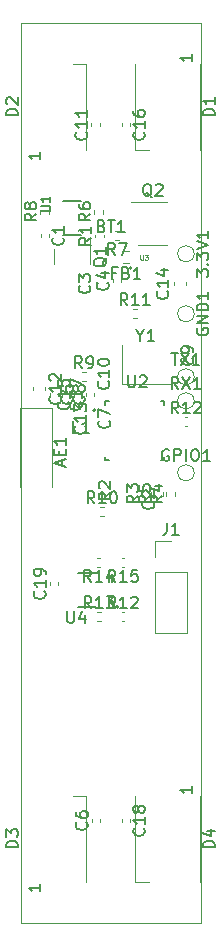
<source format=gbr>
%TF.GenerationSoftware,KiCad,Pcbnew,(6.0.9)*%
%TF.CreationDate,2022-12-14T11:00:14+00:00*%
%TF.ProjectId,ESP8285 PlantLight,45535038-3238-4352-9050-6c616e744c69,rev?*%
%TF.SameCoordinates,Original*%
%TF.FileFunction,Legend,Top*%
%TF.FilePolarity,Positive*%
%FSLAX46Y46*%
G04 Gerber Fmt 4.6, Leading zero omitted, Abs format (unit mm)*
G04 Created by KiCad (PCBNEW (6.0.9)) date 2022-12-14 11:00:14*
%MOMM*%
%LPD*%
G01*
G04 APERTURE LIST*
%ADD10C,0.150000*%
%ADD11C,0.098716*%
%ADD12C,0.200000*%
%ADD13C,0.127000*%
%ADD14C,0.140000*%
%ADD15C,0.152400*%
%ADD16C,0.100000*%
%ADD17C,0.120000*%
G04 APERTURE END LIST*
D10*
%TO.C,U4*%
X148701095Y-90460380D02*
X148701095Y-91269904D01*
X148748714Y-91365142D01*
X148796333Y-91412761D01*
X148891571Y-91460380D01*
X149082047Y-91460380D01*
X149177285Y-91412761D01*
X149224904Y-91365142D01*
X149272523Y-91269904D01*
X149272523Y-90460380D01*
X150177285Y-90793714D02*
X150177285Y-91460380D01*
X149939190Y-90412761D02*
X149701095Y-91127047D01*
X150320142Y-91127047D01*
D11*
%TO.C,U3*%
X154896415Y-60318525D02*
X154896415Y-60638178D01*
X154915218Y-60675784D01*
X154934021Y-60694587D01*
X154971627Y-60713390D01*
X155046840Y-60713390D01*
X155084446Y-60694587D01*
X155103249Y-60675784D01*
X155122052Y-60638178D01*
X155122052Y-60318525D01*
X155272477Y-60318525D02*
X155516917Y-60318525D01*
X155385295Y-60468950D01*
X155441705Y-60468950D01*
X155479311Y-60487753D01*
X155498114Y-60506556D01*
X155516917Y-60544162D01*
X155516917Y-60638178D01*
X155498114Y-60675784D01*
X155479311Y-60694587D01*
X155441705Y-60713390D01*
X155328886Y-60713390D01*
X155291280Y-60694587D01*
X155272477Y-60675784D01*
D10*
%TO.C,U2*%
X153845095Y-70501380D02*
X153845095Y-71310904D01*
X153892714Y-71406142D01*
X153940333Y-71453761D01*
X154035571Y-71501380D01*
X154226047Y-71501380D01*
X154321285Y-71453761D01*
X154368904Y-71406142D01*
X154416523Y-71310904D01*
X154416523Y-70501380D01*
X154845095Y-70596619D02*
X154892714Y-70549000D01*
X154987952Y-70501380D01*
X155226047Y-70501380D01*
X155321285Y-70549000D01*
X155368904Y-70596619D01*
X155416523Y-70691857D01*
X155416523Y-70787095D01*
X155368904Y-70929952D01*
X154797476Y-71501380D01*
X155416523Y-71501380D01*
%TO.C,U1*%
X146449904Y-56616523D02*
X147097523Y-56616523D01*
X147173714Y-56578428D01*
X147211809Y-56540333D01*
X147249904Y-56464142D01*
X147249904Y-56311761D01*
X147211809Y-56235571D01*
X147173714Y-56197476D01*
X147097523Y-56159380D01*
X146449904Y-56159380D01*
X147249904Y-55359380D02*
X147249904Y-55816523D01*
X147249904Y-55587952D02*
X146449904Y-55587952D01*
X146564190Y-55664142D01*
X146640380Y-55740333D01*
X146678476Y-55816523D01*
%TO.C,R14*%
X150713142Y-87982380D02*
X150379809Y-87506190D01*
X150141714Y-87982380D02*
X150141714Y-86982380D01*
X150522666Y-86982380D01*
X150617904Y-87030000D01*
X150665523Y-87077619D01*
X150713142Y-87172857D01*
X150713142Y-87315714D01*
X150665523Y-87410952D01*
X150617904Y-87458571D01*
X150522666Y-87506190D01*
X150141714Y-87506190D01*
X151665523Y-87982380D02*
X151094095Y-87982380D01*
X151379809Y-87982380D02*
X151379809Y-86982380D01*
X151284571Y-87125238D01*
X151189333Y-87220476D01*
X151094095Y-87268095D01*
X152522666Y-87315714D02*
X152522666Y-87982380D01*
X152284571Y-86934761D02*
X152046476Y-87649047D01*
X152665523Y-87649047D01*
%TO.C,R15*%
X152773142Y-87972380D02*
X152439809Y-87496190D01*
X152201714Y-87972380D02*
X152201714Y-86972380D01*
X152582666Y-86972380D01*
X152677904Y-87020000D01*
X152725523Y-87067619D01*
X152773142Y-87162857D01*
X152773142Y-87305714D01*
X152725523Y-87400952D01*
X152677904Y-87448571D01*
X152582666Y-87496190D01*
X152201714Y-87496190D01*
X153725523Y-87972380D02*
X153154095Y-87972380D01*
X153439809Y-87972380D02*
X153439809Y-86972380D01*
X153344571Y-87115238D01*
X153249333Y-87210476D01*
X153154095Y-87258095D01*
X154630285Y-86972380D02*
X154154095Y-86972380D01*
X154106476Y-87448571D01*
X154154095Y-87400952D01*
X154249333Y-87353333D01*
X154487428Y-87353333D01*
X154582666Y-87400952D01*
X154630285Y-87448571D01*
X154677904Y-87543809D01*
X154677904Y-87781904D01*
X154630285Y-87877142D01*
X154582666Y-87924761D01*
X154487428Y-87972380D01*
X154249333Y-87972380D01*
X154154095Y-87924761D01*
X154106476Y-87877142D01*
%TO.C,C19*%
X146771142Y-88780857D02*
X146818761Y-88828476D01*
X146866380Y-88971333D01*
X146866380Y-89066571D01*
X146818761Y-89209428D01*
X146723523Y-89304666D01*
X146628285Y-89352285D01*
X146437809Y-89399904D01*
X146294952Y-89399904D01*
X146104476Y-89352285D01*
X146009238Y-89304666D01*
X145914000Y-89209428D01*
X145866380Y-89066571D01*
X145866380Y-88971333D01*
X145914000Y-88828476D01*
X145961619Y-88780857D01*
X146866380Y-87828476D02*
X146866380Y-88399904D01*
X146866380Y-88114190D02*
X145866380Y-88114190D01*
X146009238Y-88209428D01*
X146104476Y-88304666D01*
X146152095Y-88399904D01*
X146866380Y-87352285D02*
X146866380Y-87161809D01*
X146818761Y-87066571D01*
X146771142Y-87018952D01*
X146628285Y-86923714D01*
X146437809Y-86876095D01*
X146056857Y-86876095D01*
X145961619Y-86923714D01*
X145914000Y-86971333D01*
X145866380Y-87066571D01*
X145866380Y-87257047D01*
X145914000Y-87352285D01*
X145961619Y-87399904D01*
X146056857Y-87447523D01*
X146294952Y-87447523D01*
X146390190Y-87399904D01*
X146437809Y-87352285D01*
X146485428Y-87257047D01*
X146485428Y-87066571D01*
X146437809Y-86971333D01*
X146390190Y-86923714D01*
X146294952Y-86876095D01*
%TO.C,AE1*%
X148266666Y-78128666D02*
X148266666Y-77652476D01*
X148552380Y-78223904D02*
X147552380Y-77890571D01*
X148552380Y-77557238D01*
X148028571Y-77223904D02*
X148028571Y-76890571D01*
X148552380Y-76747714D02*
X148552380Y-77223904D01*
X147552380Y-77223904D01*
X147552380Y-76747714D01*
X148552380Y-75795333D02*
X148552380Y-76366761D01*
X148552380Y-76081047D02*
X147552380Y-76081047D01*
X147695238Y-76176285D01*
X147790476Y-76271523D01*
X147838095Y-76366761D01*
%TO.C,R13*%
X150741142Y-90214380D02*
X150407809Y-89738190D01*
X150169714Y-90214380D02*
X150169714Y-89214380D01*
X150550666Y-89214380D01*
X150645904Y-89262000D01*
X150693523Y-89309619D01*
X150741142Y-89404857D01*
X150741142Y-89547714D01*
X150693523Y-89642952D01*
X150645904Y-89690571D01*
X150550666Y-89738190D01*
X150169714Y-89738190D01*
X151693523Y-90214380D02*
X151122095Y-90214380D01*
X151407809Y-90214380D02*
X151407809Y-89214380D01*
X151312571Y-89357238D01*
X151217333Y-89452476D01*
X151122095Y-89500095D01*
X152026857Y-89214380D02*
X152645904Y-89214380D01*
X152312571Y-89595333D01*
X152455428Y-89595333D01*
X152550666Y-89642952D01*
X152598285Y-89690571D01*
X152645904Y-89785809D01*
X152645904Y-90023904D01*
X152598285Y-90119142D01*
X152550666Y-90166761D01*
X152455428Y-90214380D01*
X152169714Y-90214380D01*
X152074476Y-90166761D01*
X152026857Y-90119142D01*
%TO.C,C16*%
X155187142Y-49918857D02*
X155234761Y-49966476D01*
X155282380Y-50109333D01*
X155282380Y-50204571D01*
X155234761Y-50347428D01*
X155139523Y-50442666D01*
X155044285Y-50490285D01*
X154853809Y-50537904D01*
X154710952Y-50537904D01*
X154520476Y-50490285D01*
X154425238Y-50442666D01*
X154330000Y-50347428D01*
X154282380Y-50204571D01*
X154282380Y-50109333D01*
X154330000Y-49966476D01*
X154377619Y-49918857D01*
X155282380Y-48966476D02*
X155282380Y-49537904D01*
X155282380Y-49252190D02*
X154282380Y-49252190D01*
X154425238Y-49347428D01*
X154520476Y-49442666D01*
X154568095Y-49537904D01*
X154282380Y-48109333D02*
X154282380Y-48299809D01*
X154330000Y-48395047D01*
X154377619Y-48442666D01*
X154520476Y-48537904D01*
X154710952Y-48585523D01*
X155091904Y-48585523D01*
X155187142Y-48537904D01*
X155234761Y-48490285D01*
X155282380Y-48395047D01*
X155282380Y-48204571D01*
X155234761Y-48109333D01*
X155187142Y-48061714D01*
X155091904Y-48014095D01*
X154853809Y-48014095D01*
X154758571Y-48061714D01*
X154710952Y-48109333D01*
X154663333Y-48204571D01*
X154663333Y-48395047D01*
X154710952Y-48490285D01*
X154758571Y-48537904D01*
X154853809Y-48585523D01*
%TO.C,C1*%
X148329142Y-58840666D02*
X148376761Y-58888285D01*
X148424380Y-59031142D01*
X148424380Y-59126380D01*
X148376761Y-59269238D01*
X148281523Y-59364476D01*
X148186285Y-59412095D01*
X147995809Y-59459714D01*
X147852952Y-59459714D01*
X147662476Y-59412095D01*
X147567238Y-59364476D01*
X147472000Y-59269238D01*
X147424380Y-59126380D01*
X147424380Y-59031142D01*
X147472000Y-58888285D01*
X147519619Y-58840666D01*
X148424380Y-57888285D02*
X148424380Y-58459714D01*
X148424380Y-58174000D02*
X147424380Y-58174000D01*
X147567238Y-58269238D01*
X147662476Y-58364476D01*
X147710095Y-58459714D01*
%TO.C,GND1*%
X159698000Y-66516095D02*
X159650380Y-66611333D01*
X159650380Y-66754190D01*
X159698000Y-66897047D01*
X159793238Y-66992285D01*
X159888476Y-67039904D01*
X160078952Y-67087523D01*
X160221809Y-67087523D01*
X160412285Y-67039904D01*
X160507523Y-66992285D01*
X160602761Y-66897047D01*
X160650380Y-66754190D01*
X160650380Y-66658952D01*
X160602761Y-66516095D01*
X160555142Y-66468476D01*
X160221809Y-66468476D01*
X160221809Y-66658952D01*
X160650380Y-66039904D02*
X159650380Y-66039904D01*
X160650380Y-65468476D01*
X159650380Y-65468476D01*
X160650380Y-64992285D02*
X159650380Y-64992285D01*
X159650380Y-64754190D01*
X159698000Y-64611333D01*
X159793238Y-64516095D01*
X159888476Y-64468476D01*
X160078952Y-64420857D01*
X160221809Y-64420857D01*
X160412285Y-64468476D01*
X160507523Y-64516095D01*
X160602761Y-64611333D01*
X160650380Y-64754190D01*
X160650380Y-64992285D01*
X160650380Y-63468476D02*
X160650380Y-64039904D01*
X160650380Y-63754190D02*
X159650380Y-63754190D01*
X159793238Y-63849428D01*
X159888476Y-63944666D01*
X159936095Y-64039904D01*
%TO.C,C4*%
X152105142Y-62650666D02*
X152152761Y-62698285D01*
X152200380Y-62841142D01*
X152200380Y-62936380D01*
X152152761Y-63079238D01*
X152057523Y-63174476D01*
X151962285Y-63222095D01*
X151771809Y-63269714D01*
X151628952Y-63269714D01*
X151438476Y-63222095D01*
X151343238Y-63174476D01*
X151248000Y-63079238D01*
X151200380Y-62936380D01*
X151200380Y-62841142D01*
X151248000Y-62698285D01*
X151295619Y-62650666D01*
X151533714Y-61793523D02*
X152200380Y-61793523D01*
X151152761Y-62031619D02*
X151867047Y-62269714D01*
X151867047Y-61650666D01*
%TO.C,C17*%
X149819142Y-72778857D02*
X149866761Y-72826476D01*
X149914380Y-72969333D01*
X149914380Y-73064571D01*
X149866761Y-73207428D01*
X149771523Y-73302666D01*
X149676285Y-73350285D01*
X149485809Y-73397904D01*
X149342952Y-73397904D01*
X149152476Y-73350285D01*
X149057238Y-73302666D01*
X148962000Y-73207428D01*
X148914380Y-73064571D01*
X148914380Y-72969333D01*
X148962000Y-72826476D01*
X149009619Y-72778857D01*
X149914380Y-71826476D02*
X149914380Y-72397904D01*
X149914380Y-72112190D02*
X148914380Y-72112190D01*
X149057238Y-72207428D01*
X149152476Y-72302666D01*
X149200095Y-72397904D01*
X148914380Y-71493142D02*
X148914380Y-70826476D01*
X149914380Y-71255047D01*
%TO.C,R2*%
X152360380Y-80430666D02*
X151884190Y-80764000D01*
X152360380Y-81002095D02*
X151360380Y-81002095D01*
X151360380Y-80621142D01*
X151408000Y-80525904D01*
X151455619Y-80478285D01*
X151550857Y-80430666D01*
X151693714Y-80430666D01*
X151788952Y-80478285D01*
X151836571Y-80525904D01*
X151884190Y-80621142D01*
X151884190Y-81002095D01*
X151455619Y-80049714D02*
X151408000Y-80002095D01*
X151360380Y-79906857D01*
X151360380Y-79668761D01*
X151408000Y-79573523D01*
X151455619Y-79525904D01*
X151550857Y-79478285D01*
X151646095Y-79478285D01*
X151788952Y-79525904D01*
X152360380Y-80097333D01*
X152360380Y-79478285D01*
%TO.C,C15*%
X148803142Y-72750857D02*
X148850761Y-72798476D01*
X148898380Y-72941333D01*
X148898380Y-73036571D01*
X148850761Y-73179428D01*
X148755523Y-73274666D01*
X148660285Y-73322285D01*
X148469809Y-73369904D01*
X148326952Y-73369904D01*
X148136476Y-73322285D01*
X148041238Y-73274666D01*
X147946000Y-73179428D01*
X147898380Y-73036571D01*
X147898380Y-72941333D01*
X147946000Y-72798476D01*
X147993619Y-72750857D01*
X148898380Y-71798476D02*
X148898380Y-72369904D01*
X148898380Y-72084190D02*
X147898380Y-72084190D01*
X148041238Y-72179428D01*
X148136476Y-72274666D01*
X148184095Y-72369904D01*
X147898380Y-70893714D02*
X147898380Y-71369904D01*
X148374571Y-71417523D01*
X148326952Y-71369904D01*
X148279333Y-71274666D01*
X148279333Y-71036571D01*
X148326952Y-70941333D01*
X148374571Y-70893714D01*
X148469809Y-70846095D01*
X148707904Y-70846095D01*
X148803142Y-70893714D01*
X148850761Y-70941333D01*
X148898380Y-71036571D01*
X148898380Y-71274666D01*
X148850761Y-71369904D01*
X148803142Y-71417523D01*
%TO.C,3.3V1*%
X159650380Y-62150380D02*
X159650380Y-61531333D01*
X160031333Y-61864666D01*
X160031333Y-61721809D01*
X160078952Y-61626571D01*
X160126571Y-61578952D01*
X160221809Y-61531333D01*
X160459904Y-61531333D01*
X160555142Y-61578952D01*
X160602761Y-61626571D01*
X160650380Y-61721809D01*
X160650380Y-62007523D01*
X160602761Y-62102761D01*
X160555142Y-62150380D01*
X160555142Y-61102761D02*
X160602761Y-61055142D01*
X160650380Y-61102761D01*
X160602761Y-61150380D01*
X160555142Y-61102761D01*
X160650380Y-61102761D01*
X159650380Y-60721809D02*
X159650380Y-60102761D01*
X160031333Y-60436095D01*
X160031333Y-60293238D01*
X160078952Y-60198000D01*
X160126571Y-60150380D01*
X160221809Y-60102761D01*
X160459904Y-60102761D01*
X160555142Y-60150380D01*
X160602761Y-60198000D01*
X160650380Y-60293238D01*
X160650380Y-60578952D01*
X160602761Y-60674190D01*
X160555142Y-60721809D01*
X159650380Y-59817047D02*
X160650380Y-59483714D01*
X159650380Y-59150380D01*
X160650380Y-58293238D02*
X160650380Y-58864666D01*
X160650380Y-58578952D02*
X159650380Y-58578952D01*
X159793238Y-58674190D01*
X159888476Y-58769428D01*
X159936095Y-58864666D01*
%TO.C,R12*%
X152773142Y-90224380D02*
X152439809Y-89748190D01*
X152201714Y-90224380D02*
X152201714Y-89224380D01*
X152582666Y-89224380D01*
X152677904Y-89272000D01*
X152725523Y-89319619D01*
X152773142Y-89414857D01*
X152773142Y-89557714D01*
X152725523Y-89652952D01*
X152677904Y-89700571D01*
X152582666Y-89748190D01*
X152201714Y-89748190D01*
X153725523Y-90224380D02*
X153154095Y-90224380D01*
X153439809Y-90224380D02*
X153439809Y-89224380D01*
X153344571Y-89367238D01*
X153249333Y-89462476D01*
X153154095Y-89510095D01*
X154106476Y-89319619D02*
X154154095Y-89272000D01*
X154249333Y-89224380D01*
X154487428Y-89224380D01*
X154582666Y-89272000D01*
X154630285Y-89319619D01*
X154677904Y-89414857D01*
X154677904Y-89510095D01*
X154630285Y-89652952D01*
X154058857Y-90224380D01*
X154677904Y-90224380D01*
%TO.C,RX1*%
X158107142Y-71648380D02*
X157773809Y-71172190D01*
X157535714Y-71648380D02*
X157535714Y-70648380D01*
X157916666Y-70648380D01*
X158011904Y-70696000D01*
X158059523Y-70743619D01*
X158107142Y-70838857D01*
X158107142Y-70981714D01*
X158059523Y-71076952D01*
X158011904Y-71124571D01*
X157916666Y-71172190D01*
X157535714Y-71172190D01*
X158440476Y-70648380D02*
X159107142Y-71648380D01*
X159107142Y-70648380D02*
X158440476Y-71648380D01*
X160011904Y-71648380D02*
X159440476Y-71648380D01*
X159726190Y-71648380D02*
X159726190Y-70648380D01*
X159630952Y-70791238D01*
X159535714Y-70886476D01*
X159440476Y-70934095D01*
%TO.C,R1*%
X150706380Y-58844666D02*
X150230190Y-59178000D01*
X150706380Y-59416095D02*
X149706380Y-59416095D01*
X149706380Y-59035142D01*
X149754000Y-58939904D01*
X149801619Y-58892285D01*
X149896857Y-58844666D01*
X150039714Y-58844666D01*
X150134952Y-58892285D01*
X150182571Y-58939904D01*
X150230190Y-59035142D01*
X150230190Y-59416095D01*
X150706380Y-57892285D02*
X150706380Y-58463714D01*
X150706380Y-58178000D02*
X149706380Y-58178000D01*
X149849238Y-58273238D01*
X149944476Y-58368476D01*
X149992095Y-58463714D01*
%TO.C,C8*%
X150107142Y-72274666D02*
X150154761Y-72322285D01*
X150202380Y-72465142D01*
X150202380Y-72560380D01*
X150154761Y-72703238D01*
X150059523Y-72798476D01*
X149964285Y-72846095D01*
X149773809Y-72893714D01*
X149630952Y-72893714D01*
X149440476Y-72846095D01*
X149345238Y-72798476D01*
X149250000Y-72703238D01*
X149202380Y-72560380D01*
X149202380Y-72465142D01*
X149250000Y-72322285D01*
X149297619Y-72274666D01*
X149630952Y-71703238D02*
X149583333Y-71798476D01*
X149535714Y-71846095D01*
X149440476Y-71893714D01*
X149392857Y-71893714D01*
X149297619Y-71846095D01*
X149250000Y-71798476D01*
X149202380Y-71703238D01*
X149202380Y-71512761D01*
X149250000Y-71417523D01*
X149297619Y-71369904D01*
X149392857Y-71322285D01*
X149440476Y-71322285D01*
X149535714Y-71369904D01*
X149583333Y-71417523D01*
X149630952Y-71512761D01*
X149630952Y-71703238D01*
X149678571Y-71798476D01*
X149726190Y-71846095D01*
X149821428Y-71893714D01*
X150011904Y-71893714D01*
X150107142Y-71846095D01*
X150154761Y-71798476D01*
X150202380Y-71703238D01*
X150202380Y-71512761D01*
X150154761Y-71417523D01*
X150107142Y-71369904D01*
X150011904Y-71322285D01*
X149821428Y-71322285D01*
X149726190Y-71369904D01*
X149678571Y-71417523D01*
X149630952Y-71512761D01*
%TO.C,Y1*%
X154887809Y-67122190D02*
X154887809Y-67598380D01*
X154554476Y-66598380D02*
X154887809Y-67122190D01*
X155221142Y-66598380D01*
X156078285Y-67598380D02*
X155506857Y-67598380D01*
X155792571Y-67598380D02*
X155792571Y-66598380D01*
X155697333Y-66741238D01*
X155602095Y-66836476D01*
X155506857Y-66884095D01*
%TO.C,C18*%
X155187142Y-108846857D02*
X155234761Y-108894476D01*
X155282380Y-109037333D01*
X155282380Y-109132571D01*
X155234761Y-109275428D01*
X155139523Y-109370666D01*
X155044285Y-109418285D01*
X154853809Y-109465904D01*
X154710952Y-109465904D01*
X154520476Y-109418285D01*
X154425238Y-109370666D01*
X154330000Y-109275428D01*
X154282380Y-109132571D01*
X154282380Y-109037333D01*
X154330000Y-108894476D01*
X154377619Y-108846857D01*
X155282380Y-107894476D02*
X155282380Y-108465904D01*
X155282380Y-108180190D02*
X154282380Y-108180190D01*
X154425238Y-108275428D01*
X154520476Y-108370666D01*
X154568095Y-108465904D01*
X154710952Y-107323047D02*
X154663333Y-107418285D01*
X154615714Y-107465904D01*
X154520476Y-107513523D01*
X154472857Y-107513523D01*
X154377619Y-107465904D01*
X154330000Y-107418285D01*
X154282380Y-107323047D01*
X154282380Y-107132571D01*
X154330000Y-107037333D01*
X154377619Y-106989714D01*
X154472857Y-106942095D01*
X154520476Y-106942095D01*
X154615714Y-106989714D01*
X154663333Y-107037333D01*
X154710952Y-107132571D01*
X154710952Y-107323047D01*
X154758571Y-107418285D01*
X154806190Y-107465904D01*
X154901428Y-107513523D01*
X155091904Y-107513523D01*
X155187142Y-107465904D01*
X155234761Y-107418285D01*
X155282380Y-107323047D01*
X155282380Y-107132571D01*
X155234761Y-107037333D01*
X155187142Y-106989714D01*
X155091904Y-106942095D01*
X154901428Y-106942095D01*
X154806190Y-106989714D01*
X154758571Y-107037333D01*
X154710952Y-107132571D01*
%TO.C,C5*%
X149091142Y-72274666D02*
X149138761Y-72322285D01*
X149186380Y-72465142D01*
X149186380Y-72560380D01*
X149138761Y-72703238D01*
X149043523Y-72798476D01*
X148948285Y-72846095D01*
X148757809Y-72893714D01*
X148614952Y-72893714D01*
X148424476Y-72846095D01*
X148329238Y-72798476D01*
X148234000Y-72703238D01*
X148186380Y-72560380D01*
X148186380Y-72465142D01*
X148234000Y-72322285D01*
X148281619Y-72274666D01*
X148186380Y-71369904D02*
X148186380Y-71846095D01*
X148662571Y-71893714D01*
X148614952Y-71846095D01*
X148567333Y-71750857D01*
X148567333Y-71512761D01*
X148614952Y-71417523D01*
X148662571Y-71369904D01*
X148757809Y-71322285D01*
X148995904Y-71322285D01*
X149091142Y-71369904D01*
X149138761Y-71417523D01*
X149186380Y-71512761D01*
X149186380Y-71750857D01*
X149138761Y-71846095D01*
X149091142Y-71893714D01*
%TO.C,R11*%
X153789142Y-64560380D02*
X153455809Y-64084190D01*
X153217714Y-64560380D02*
X153217714Y-63560380D01*
X153598666Y-63560380D01*
X153693904Y-63608000D01*
X153741523Y-63655619D01*
X153789142Y-63750857D01*
X153789142Y-63893714D01*
X153741523Y-63988952D01*
X153693904Y-64036571D01*
X153598666Y-64084190D01*
X153217714Y-64084190D01*
X154741523Y-64560380D02*
X154170095Y-64560380D01*
X154455809Y-64560380D02*
X154455809Y-63560380D01*
X154360571Y-63703238D01*
X154265333Y-63798476D01*
X154170095Y-63846095D01*
X155693904Y-64560380D02*
X155122476Y-64560380D01*
X155408190Y-64560380D02*
X155408190Y-63560380D01*
X155312952Y-63703238D01*
X155217714Y-63798476D01*
X155122476Y-63846095D01*
%TO.C,D1*%
X161178380Y-48490095D02*
X160178380Y-48490095D01*
X160178380Y-48252000D01*
X160226000Y-48109142D01*
X160321238Y-48013904D01*
X160416476Y-47966285D01*
X160606952Y-47918666D01*
X160749809Y-47918666D01*
X160940285Y-47966285D01*
X161035523Y-48013904D01*
X161130761Y-48109142D01*
X161178380Y-48252000D01*
X161178380Y-48490095D01*
X161178380Y-46966285D02*
X161178380Y-47537714D01*
X161178380Y-47252000D02*
X160178380Y-47252000D01*
X160321238Y-47347238D01*
X160416476Y-47442476D01*
X160464095Y-47537714D01*
X159278380Y-43316285D02*
X159278380Y-43887714D01*
X159278380Y-43602000D02*
X158278380Y-43602000D01*
X158421238Y-43697238D01*
X158516476Y-43792476D01*
X158564095Y-43887714D01*
%TO.C,C13*%
X150201142Y-74810857D02*
X150248761Y-74858476D01*
X150296380Y-75001333D01*
X150296380Y-75096571D01*
X150248761Y-75239428D01*
X150153523Y-75334666D01*
X150058285Y-75382285D01*
X149867809Y-75429904D01*
X149724952Y-75429904D01*
X149534476Y-75382285D01*
X149439238Y-75334666D01*
X149344000Y-75239428D01*
X149296380Y-75096571D01*
X149296380Y-75001333D01*
X149344000Y-74858476D01*
X149391619Y-74810857D01*
X150296380Y-73858476D02*
X150296380Y-74429904D01*
X150296380Y-74144190D02*
X149296380Y-74144190D01*
X149439238Y-74239428D01*
X149534476Y-74334666D01*
X149582095Y-74429904D01*
X149296380Y-73525142D02*
X149296380Y-72906095D01*
X149677333Y-73239428D01*
X149677333Y-73096571D01*
X149724952Y-73001333D01*
X149772571Y-72953714D01*
X149867809Y-72906095D01*
X150105904Y-72906095D01*
X150201142Y-72953714D01*
X150248761Y-73001333D01*
X150296380Y-73096571D01*
X150296380Y-73382285D01*
X150248761Y-73477523D01*
X150201142Y-73525142D01*
%TO.C,R5*%
X155746380Y-80684666D02*
X155270190Y-81018000D01*
X155746380Y-81256095D02*
X154746380Y-81256095D01*
X154746380Y-80875142D01*
X154794000Y-80779904D01*
X154841619Y-80732285D01*
X154936857Y-80684666D01*
X155079714Y-80684666D01*
X155174952Y-80732285D01*
X155222571Y-80779904D01*
X155270190Y-80875142D01*
X155270190Y-81256095D01*
X154746380Y-79779904D02*
X154746380Y-80256095D01*
X155222571Y-80303714D01*
X155174952Y-80256095D01*
X155127333Y-80160857D01*
X155127333Y-79922761D01*
X155174952Y-79827523D01*
X155222571Y-79779904D01*
X155317809Y-79732285D01*
X155555904Y-79732285D01*
X155651142Y-79779904D01*
X155698761Y-79827523D01*
X155746380Y-79922761D01*
X155746380Y-80160857D01*
X155698761Y-80256095D01*
X155651142Y-80303714D01*
%TO.C,C14*%
X157169142Y-63380857D02*
X157216761Y-63428476D01*
X157264380Y-63571333D01*
X157264380Y-63666571D01*
X157216761Y-63809428D01*
X157121523Y-63904666D01*
X157026285Y-63952285D01*
X156835809Y-63999904D01*
X156692952Y-63999904D01*
X156502476Y-63952285D01*
X156407238Y-63904666D01*
X156312000Y-63809428D01*
X156264380Y-63666571D01*
X156264380Y-63571333D01*
X156312000Y-63428476D01*
X156359619Y-63380857D01*
X157264380Y-62428476D02*
X157264380Y-62999904D01*
X157264380Y-62714190D02*
X156264380Y-62714190D01*
X156407238Y-62809428D01*
X156502476Y-62904666D01*
X156550095Y-62999904D01*
X156597714Y-61571333D02*
X157264380Y-61571333D01*
X156216761Y-61809428D02*
X156931047Y-62047523D01*
X156931047Y-61428476D01*
%TO.C,D2*%
X144526380Y-48490095D02*
X143526380Y-48490095D01*
X143526380Y-48252000D01*
X143574000Y-48109142D01*
X143669238Y-48013904D01*
X143764476Y-47966285D01*
X143954952Y-47918666D01*
X144097809Y-47918666D01*
X144288285Y-47966285D01*
X144383523Y-48013904D01*
X144478761Y-48109142D01*
X144526380Y-48252000D01*
X144526380Y-48490095D01*
X143621619Y-47537714D02*
X143574000Y-47490095D01*
X143526380Y-47394857D01*
X143526380Y-47156761D01*
X143574000Y-47061523D01*
X143621619Y-47013904D01*
X143716857Y-46966285D01*
X143812095Y-46966285D01*
X143954952Y-47013904D01*
X144526380Y-47585333D01*
X144526380Y-46966285D01*
X146426380Y-51616285D02*
X146426380Y-52187714D01*
X146426380Y-51902000D02*
X145426380Y-51902000D01*
X145569238Y-51997238D01*
X145664476Y-52092476D01*
X145712095Y-52187714D01*
%TO.C,C9*%
X159261142Y-69000666D02*
X159308761Y-69048285D01*
X159356380Y-69191142D01*
X159356380Y-69286380D01*
X159308761Y-69429238D01*
X159213523Y-69524476D01*
X159118285Y-69572095D01*
X158927809Y-69619714D01*
X158784952Y-69619714D01*
X158594476Y-69572095D01*
X158499238Y-69524476D01*
X158404000Y-69429238D01*
X158356380Y-69286380D01*
X158356380Y-69191142D01*
X158404000Y-69048285D01*
X158451619Y-69000666D01*
X159356380Y-68524476D02*
X159356380Y-68334000D01*
X159308761Y-68238761D01*
X159261142Y-68191142D01*
X159118285Y-68095904D01*
X158927809Y-68048285D01*
X158546857Y-68048285D01*
X158451619Y-68095904D01*
X158404000Y-68143523D01*
X158356380Y-68238761D01*
X158356380Y-68429238D01*
X158404000Y-68524476D01*
X158451619Y-68572095D01*
X158546857Y-68619714D01*
X158784952Y-68619714D01*
X158880190Y-68572095D01*
X158927809Y-68524476D01*
X158975428Y-68429238D01*
X158975428Y-68238761D01*
X158927809Y-68143523D01*
X158880190Y-68095904D01*
X158784952Y-68048285D01*
%TO.C,R3*%
X154730380Y-80684666D02*
X154254190Y-81018000D01*
X154730380Y-81256095D02*
X153730380Y-81256095D01*
X153730380Y-80875142D01*
X153778000Y-80779904D01*
X153825619Y-80732285D01*
X153920857Y-80684666D01*
X154063714Y-80684666D01*
X154158952Y-80732285D01*
X154206571Y-80779904D01*
X154254190Y-80875142D01*
X154254190Y-81256095D01*
X153730380Y-80351333D02*
X153730380Y-79732285D01*
X154111333Y-80065619D01*
X154111333Y-79922761D01*
X154158952Y-79827523D01*
X154206571Y-79779904D01*
X154301809Y-79732285D01*
X154539904Y-79732285D01*
X154635142Y-79779904D01*
X154682761Y-79827523D01*
X154730380Y-79922761D01*
X154730380Y-80208476D01*
X154682761Y-80303714D01*
X154635142Y-80351333D01*
%TO.C,R7*%
X152741333Y-60296380D02*
X152408000Y-59820190D01*
X152169904Y-60296380D02*
X152169904Y-59296380D01*
X152550857Y-59296380D01*
X152646095Y-59344000D01*
X152693714Y-59391619D01*
X152741333Y-59486857D01*
X152741333Y-59629714D01*
X152693714Y-59724952D01*
X152646095Y-59772571D01*
X152550857Y-59820190D01*
X152169904Y-59820190D01*
X153074666Y-59296380D02*
X153741333Y-59296380D01*
X153312761Y-60296380D01*
%TO.C,Q1*%
X152045619Y-60547238D02*
X151998000Y-60642476D01*
X151902761Y-60737714D01*
X151759904Y-60880571D01*
X151712285Y-60975809D01*
X151712285Y-61071047D01*
X151950380Y-61023428D02*
X151902761Y-61118666D01*
X151807523Y-61213904D01*
X151617047Y-61261523D01*
X151283714Y-61261523D01*
X151093238Y-61213904D01*
X150998000Y-61118666D01*
X150950380Y-61023428D01*
X150950380Y-60832952D01*
X150998000Y-60737714D01*
X151093238Y-60642476D01*
X151283714Y-60594857D01*
X151617047Y-60594857D01*
X151807523Y-60642476D01*
X151902761Y-60737714D01*
X151950380Y-60832952D01*
X151950380Y-61023428D01*
X151950380Y-59642476D02*
X151950380Y-60213904D01*
X151950380Y-59928190D02*
X150950380Y-59928190D01*
X151093238Y-60023428D01*
X151188476Y-60118666D01*
X151236095Y-60213904D01*
%TO.C,TX1*%
X157511904Y-68616380D02*
X158083333Y-68616380D01*
X157797619Y-69616380D02*
X157797619Y-68616380D01*
X158321428Y-68616380D02*
X158988095Y-69616380D01*
X158988095Y-68616380D02*
X158321428Y-69616380D01*
X159892857Y-69616380D02*
X159321428Y-69616380D01*
X159607142Y-69616380D02*
X159607142Y-68616380D01*
X159511904Y-68759238D01*
X159416666Y-68854476D01*
X159321428Y-68902095D01*
%TO.C,C12*%
X148091142Y-72270857D02*
X148138761Y-72318476D01*
X148186380Y-72461333D01*
X148186380Y-72556571D01*
X148138761Y-72699428D01*
X148043523Y-72794666D01*
X147948285Y-72842285D01*
X147757809Y-72889904D01*
X147614952Y-72889904D01*
X147424476Y-72842285D01*
X147329238Y-72794666D01*
X147234000Y-72699428D01*
X147186380Y-72556571D01*
X147186380Y-72461333D01*
X147234000Y-72318476D01*
X147281619Y-72270857D01*
X148186380Y-71318476D02*
X148186380Y-71889904D01*
X148186380Y-71604190D02*
X147186380Y-71604190D01*
X147329238Y-71699428D01*
X147424476Y-71794666D01*
X147472095Y-71889904D01*
X147281619Y-70937523D02*
X147234000Y-70889904D01*
X147186380Y-70794666D01*
X147186380Y-70556571D01*
X147234000Y-70461333D01*
X147281619Y-70413714D01*
X147376857Y-70366095D01*
X147472095Y-70366095D01*
X147614952Y-70413714D01*
X148186380Y-70985142D01*
X148186380Y-70366095D01*
%TO.C,J1*%
X157146666Y-82989380D02*
X157146666Y-83703666D01*
X157099047Y-83846523D01*
X157003809Y-83941761D01*
X156860952Y-83989380D01*
X156765714Y-83989380D01*
X158146666Y-83989380D02*
X157575238Y-83989380D01*
X157860952Y-83989380D02*
X157860952Y-82989380D01*
X157765714Y-83132238D01*
X157670476Y-83227476D01*
X157575238Y-83275095D01*
%TO.C,C3*%
X150565142Y-62904666D02*
X150612761Y-62952285D01*
X150660380Y-63095142D01*
X150660380Y-63190380D01*
X150612761Y-63333238D01*
X150517523Y-63428476D01*
X150422285Y-63476095D01*
X150231809Y-63523714D01*
X150088952Y-63523714D01*
X149898476Y-63476095D01*
X149803238Y-63428476D01*
X149708000Y-63333238D01*
X149660380Y-63190380D01*
X149660380Y-63095142D01*
X149708000Y-62952285D01*
X149755619Y-62904666D01*
X149660380Y-62571333D02*
X149660380Y-61952285D01*
X150041333Y-62285619D01*
X150041333Y-62142761D01*
X150088952Y-62047523D01*
X150136571Y-61999904D01*
X150231809Y-61952285D01*
X150469904Y-61952285D01*
X150565142Y-61999904D01*
X150612761Y-62047523D01*
X150660380Y-62142761D01*
X150660380Y-62428476D01*
X150612761Y-62523714D01*
X150565142Y-62571333D01*
%TO.C,C11*%
X150299142Y-49918857D02*
X150346761Y-49966476D01*
X150394380Y-50109333D01*
X150394380Y-50204571D01*
X150346761Y-50347428D01*
X150251523Y-50442666D01*
X150156285Y-50490285D01*
X149965809Y-50537904D01*
X149822952Y-50537904D01*
X149632476Y-50490285D01*
X149537238Y-50442666D01*
X149442000Y-50347428D01*
X149394380Y-50204571D01*
X149394380Y-50109333D01*
X149442000Y-49966476D01*
X149489619Y-49918857D01*
X150394380Y-48966476D02*
X150394380Y-49537904D01*
X150394380Y-49252190D02*
X149394380Y-49252190D01*
X149537238Y-49347428D01*
X149632476Y-49442666D01*
X149680095Y-49537904D01*
X150394380Y-48014095D02*
X150394380Y-48585523D01*
X150394380Y-48299809D02*
X149394380Y-48299809D01*
X149537238Y-48395047D01*
X149632476Y-48490285D01*
X149680095Y-48585523D01*
%TO.C,C2*%
X155965142Y-81192666D02*
X156012761Y-81240285D01*
X156060380Y-81383142D01*
X156060380Y-81478380D01*
X156012761Y-81621238D01*
X155917523Y-81716476D01*
X155822285Y-81764095D01*
X155631809Y-81811714D01*
X155488952Y-81811714D01*
X155298476Y-81764095D01*
X155203238Y-81716476D01*
X155108000Y-81621238D01*
X155060380Y-81478380D01*
X155060380Y-81383142D01*
X155108000Y-81240285D01*
X155155619Y-81192666D01*
X155155619Y-80811714D02*
X155108000Y-80764095D01*
X155060380Y-80668857D01*
X155060380Y-80430761D01*
X155108000Y-80335523D01*
X155155619Y-80287904D01*
X155250857Y-80240285D01*
X155346095Y-80240285D01*
X155488952Y-80287904D01*
X156060380Y-80859333D01*
X156060380Y-80240285D01*
%TO.C,FB1*%
X152836666Y-61810571D02*
X152503333Y-61810571D01*
X152503333Y-62334380D02*
X152503333Y-61334380D01*
X152979523Y-61334380D01*
X153693809Y-61810571D02*
X153836666Y-61858190D01*
X153884285Y-61905809D01*
X153931904Y-62001047D01*
X153931904Y-62143904D01*
X153884285Y-62239142D01*
X153836666Y-62286761D01*
X153741428Y-62334380D01*
X153360476Y-62334380D01*
X153360476Y-61334380D01*
X153693809Y-61334380D01*
X153789047Y-61382000D01*
X153836666Y-61429619D01*
X153884285Y-61524857D01*
X153884285Y-61620095D01*
X153836666Y-61715333D01*
X153789047Y-61762952D01*
X153693809Y-61810571D01*
X153360476Y-61810571D01*
X154884285Y-62334380D02*
X154312857Y-62334380D01*
X154598571Y-62334380D02*
X154598571Y-61334380D01*
X154503333Y-61477238D01*
X154408095Y-61572476D01*
X154312857Y-61620095D01*
%TO.C,GPIO1*%
X157273809Y-76792000D02*
X157178571Y-76744380D01*
X157035714Y-76744380D01*
X156892857Y-76792000D01*
X156797619Y-76887238D01*
X156750000Y-76982476D01*
X156702380Y-77172952D01*
X156702380Y-77315809D01*
X156750000Y-77506285D01*
X156797619Y-77601523D01*
X156892857Y-77696761D01*
X157035714Y-77744380D01*
X157130952Y-77744380D01*
X157273809Y-77696761D01*
X157321428Y-77649142D01*
X157321428Y-77315809D01*
X157130952Y-77315809D01*
X157750000Y-77744380D02*
X157750000Y-76744380D01*
X158130952Y-76744380D01*
X158226190Y-76792000D01*
X158273809Y-76839619D01*
X158321428Y-76934857D01*
X158321428Y-77077714D01*
X158273809Y-77172952D01*
X158226190Y-77220571D01*
X158130952Y-77268190D01*
X157750000Y-77268190D01*
X158750000Y-77744380D02*
X158750000Y-76744380D01*
X159416666Y-76744380D02*
X159607142Y-76744380D01*
X159702380Y-76792000D01*
X159797619Y-76887238D01*
X159845238Y-77077714D01*
X159845238Y-77411047D01*
X159797619Y-77601523D01*
X159702380Y-77696761D01*
X159607142Y-77744380D01*
X159416666Y-77744380D01*
X159321428Y-77696761D01*
X159226190Y-77601523D01*
X159178571Y-77411047D01*
X159178571Y-77077714D01*
X159226190Y-76887238D01*
X159321428Y-76792000D01*
X159416666Y-76744380D01*
X160797619Y-77744380D02*
X160226190Y-77744380D01*
X160511904Y-77744380D02*
X160511904Y-76744380D01*
X160416666Y-76887238D01*
X160321428Y-76982476D01*
X160226190Y-77030095D01*
%TO.C,R6*%
X150666380Y-56808666D02*
X150190190Y-57142000D01*
X150666380Y-57380095D02*
X149666380Y-57380095D01*
X149666380Y-56999142D01*
X149714000Y-56903904D01*
X149761619Y-56856285D01*
X149856857Y-56808666D01*
X149999714Y-56808666D01*
X150094952Y-56856285D01*
X150142571Y-56903904D01*
X150190190Y-56999142D01*
X150190190Y-57380095D01*
X149666380Y-55951523D02*
X149666380Y-56142000D01*
X149714000Y-56237238D01*
X149761619Y-56284857D01*
X149904476Y-56380095D01*
X150094952Y-56427714D01*
X150475904Y-56427714D01*
X150571142Y-56380095D01*
X150618761Y-56332476D01*
X150666380Y-56237238D01*
X150666380Y-56046761D01*
X150618761Y-55951523D01*
X150571142Y-55903904D01*
X150475904Y-55856285D01*
X150237809Y-55856285D01*
X150142571Y-55903904D01*
X150094952Y-55951523D01*
X150047333Y-56046761D01*
X150047333Y-56237238D01*
X150094952Y-56332476D01*
X150142571Y-56380095D01*
X150237809Y-56427714D01*
%TO.C,R12*%
X158107142Y-73714380D02*
X157773809Y-73238190D01*
X157535714Y-73714380D02*
X157535714Y-72714380D01*
X157916666Y-72714380D01*
X158011904Y-72762000D01*
X158059523Y-72809619D01*
X158107142Y-72904857D01*
X158107142Y-73047714D01*
X158059523Y-73142952D01*
X158011904Y-73190571D01*
X157916666Y-73238190D01*
X157535714Y-73238190D01*
X159059523Y-73714380D02*
X158488095Y-73714380D01*
X158773809Y-73714380D02*
X158773809Y-72714380D01*
X158678571Y-72857238D01*
X158583333Y-72952476D01*
X158488095Y-73000095D01*
X159440476Y-72809619D02*
X159488095Y-72762000D01*
X159583333Y-72714380D01*
X159821428Y-72714380D01*
X159916666Y-72762000D01*
X159964285Y-72809619D01*
X160011904Y-72904857D01*
X160011904Y-73000095D01*
X159964285Y-73142952D01*
X159392857Y-73714380D01*
X160011904Y-73714380D01*
%TO.C,R8*%
X146094380Y-56808666D02*
X145618190Y-57142000D01*
X146094380Y-57380095D02*
X145094380Y-57380095D01*
X145094380Y-56999142D01*
X145142000Y-56903904D01*
X145189619Y-56856285D01*
X145284857Y-56808666D01*
X145427714Y-56808666D01*
X145522952Y-56856285D01*
X145570571Y-56903904D01*
X145618190Y-56999142D01*
X145618190Y-57380095D01*
X145522952Y-56237238D02*
X145475333Y-56332476D01*
X145427714Y-56380095D01*
X145332476Y-56427714D01*
X145284857Y-56427714D01*
X145189619Y-56380095D01*
X145142000Y-56332476D01*
X145094380Y-56237238D01*
X145094380Y-56046761D01*
X145142000Y-55951523D01*
X145189619Y-55903904D01*
X145284857Y-55856285D01*
X145332476Y-55856285D01*
X145427714Y-55903904D01*
X145475333Y-55951523D01*
X145522952Y-56046761D01*
X145522952Y-56237238D01*
X145570571Y-56332476D01*
X145618190Y-56380095D01*
X145713428Y-56427714D01*
X145903904Y-56427714D01*
X145999142Y-56380095D01*
X146046761Y-56332476D01*
X146094380Y-56237238D01*
X146094380Y-56046761D01*
X146046761Y-55951523D01*
X145999142Y-55903904D01*
X145903904Y-55856285D01*
X145713428Y-55856285D01*
X145618190Y-55903904D01*
X145570571Y-55951523D01*
X145522952Y-56046761D01*
%TO.C,BT1*%
X151614285Y-57848571D02*
X151757142Y-57896190D01*
X151804761Y-57943809D01*
X151852380Y-58039047D01*
X151852380Y-58181904D01*
X151804761Y-58277142D01*
X151757142Y-58324761D01*
X151661904Y-58372380D01*
X151280952Y-58372380D01*
X151280952Y-57372380D01*
X151614285Y-57372380D01*
X151709523Y-57420000D01*
X151757142Y-57467619D01*
X151804761Y-57562857D01*
X151804761Y-57658095D01*
X151757142Y-57753333D01*
X151709523Y-57800952D01*
X151614285Y-57848571D01*
X151280952Y-57848571D01*
X152138095Y-57372380D02*
X152709523Y-57372380D01*
X152423809Y-58372380D02*
X152423809Y-57372380D01*
X153566666Y-58372380D02*
X152995238Y-58372380D01*
X153280952Y-58372380D02*
X153280952Y-57372380D01*
X153185714Y-57515238D01*
X153090476Y-57610476D01*
X152995238Y-57658095D01*
%TO.C,C6*%
X150327142Y-108342666D02*
X150374761Y-108390285D01*
X150422380Y-108533142D01*
X150422380Y-108628380D01*
X150374761Y-108771238D01*
X150279523Y-108866476D01*
X150184285Y-108914095D01*
X149993809Y-108961714D01*
X149850952Y-108961714D01*
X149660476Y-108914095D01*
X149565238Y-108866476D01*
X149470000Y-108771238D01*
X149422380Y-108628380D01*
X149422380Y-108533142D01*
X149470000Y-108390285D01*
X149517619Y-108342666D01*
X149422380Y-107485523D02*
X149422380Y-107676000D01*
X149470000Y-107771238D01*
X149517619Y-107818857D01*
X149660476Y-107914095D01*
X149850952Y-107961714D01*
X150231904Y-107961714D01*
X150327142Y-107914095D01*
X150374761Y-107866476D01*
X150422380Y-107771238D01*
X150422380Y-107580761D01*
X150374761Y-107485523D01*
X150327142Y-107437904D01*
X150231904Y-107390285D01*
X149993809Y-107390285D01*
X149898571Y-107437904D01*
X149850952Y-107485523D01*
X149803333Y-107580761D01*
X149803333Y-107771238D01*
X149850952Y-107866476D01*
X149898571Y-107914095D01*
X149993809Y-107961714D01*
%TO.C,C10*%
X152181142Y-71000857D02*
X152228761Y-71048476D01*
X152276380Y-71191333D01*
X152276380Y-71286571D01*
X152228761Y-71429428D01*
X152133523Y-71524666D01*
X152038285Y-71572285D01*
X151847809Y-71619904D01*
X151704952Y-71619904D01*
X151514476Y-71572285D01*
X151419238Y-71524666D01*
X151324000Y-71429428D01*
X151276380Y-71286571D01*
X151276380Y-71191333D01*
X151324000Y-71048476D01*
X151371619Y-71000857D01*
X152276380Y-70048476D02*
X152276380Y-70619904D01*
X152276380Y-70334190D02*
X151276380Y-70334190D01*
X151419238Y-70429428D01*
X151514476Y-70524666D01*
X151562095Y-70619904D01*
X151276380Y-69429428D02*
X151276380Y-69334190D01*
X151324000Y-69238952D01*
X151371619Y-69191333D01*
X151466857Y-69143714D01*
X151657333Y-69096095D01*
X151895428Y-69096095D01*
X152085904Y-69143714D01*
X152181142Y-69191333D01*
X152228761Y-69238952D01*
X152276380Y-69334190D01*
X152276380Y-69429428D01*
X152228761Y-69524666D01*
X152181142Y-69572285D01*
X152085904Y-69619904D01*
X151895428Y-69667523D01*
X151657333Y-69667523D01*
X151466857Y-69619904D01*
X151371619Y-69572285D01*
X151324000Y-69524666D01*
X151276380Y-69429428D01*
%TO.C,D4*%
X161178380Y-110466095D02*
X160178380Y-110466095D01*
X160178380Y-110228000D01*
X160226000Y-110085142D01*
X160321238Y-109989904D01*
X160416476Y-109942285D01*
X160606952Y-109894666D01*
X160749809Y-109894666D01*
X160940285Y-109942285D01*
X161035523Y-109989904D01*
X161130761Y-110085142D01*
X161178380Y-110228000D01*
X161178380Y-110466095D01*
X160511714Y-109037523D02*
X161178380Y-109037523D01*
X160130761Y-109275619D02*
X160845047Y-109513714D01*
X160845047Y-108894666D01*
X159278380Y-105292285D02*
X159278380Y-105863714D01*
X159278380Y-105578000D02*
X158278380Y-105578000D01*
X158421238Y-105673238D01*
X158516476Y-105768476D01*
X158564095Y-105863714D01*
%TO.C,D3*%
X144526380Y-110466095D02*
X143526380Y-110466095D01*
X143526380Y-110228000D01*
X143574000Y-110085142D01*
X143669238Y-109989904D01*
X143764476Y-109942285D01*
X143954952Y-109894666D01*
X144097809Y-109894666D01*
X144288285Y-109942285D01*
X144383523Y-109989904D01*
X144478761Y-110085142D01*
X144526380Y-110228000D01*
X144526380Y-110466095D01*
X143526380Y-109561333D02*
X143526380Y-108942285D01*
X143907333Y-109275619D01*
X143907333Y-109132761D01*
X143954952Y-109037523D01*
X144002571Y-108989904D01*
X144097809Y-108942285D01*
X144335904Y-108942285D01*
X144431142Y-108989904D01*
X144478761Y-109037523D01*
X144526380Y-109132761D01*
X144526380Y-109418476D01*
X144478761Y-109513714D01*
X144431142Y-109561333D01*
X146426380Y-113592285D02*
X146426380Y-114163714D01*
X146426380Y-113878000D02*
X145426380Y-113878000D01*
X145569238Y-113973238D01*
X145664476Y-114068476D01*
X145712095Y-114163714D01*
%TO.C,L1*%
X149693333Y-75366380D02*
X149217142Y-75366380D01*
X149217142Y-74366380D01*
X150550476Y-75366380D02*
X149979047Y-75366380D01*
X150264761Y-75366380D02*
X150264761Y-74366380D01*
X150169523Y-74509238D01*
X150074285Y-74604476D01*
X149979047Y-74652095D01*
%TO.C,C7*%
X152233142Y-74334666D02*
X152280761Y-74382285D01*
X152328380Y-74525142D01*
X152328380Y-74620380D01*
X152280761Y-74763238D01*
X152185523Y-74858476D01*
X152090285Y-74906095D01*
X151899809Y-74953714D01*
X151756952Y-74953714D01*
X151566476Y-74906095D01*
X151471238Y-74858476D01*
X151376000Y-74763238D01*
X151328380Y-74620380D01*
X151328380Y-74525142D01*
X151376000Y-74382285D01*
X151423619Y-74334666D01*
X151328380Y-74001333D02*
X151328380Y-73334666D01*
X152328380Y-73763238D01*
%TO.C,R9*%
X149947333Y-69894380D02*
X149614000Y-69418190D01*
X149375904Y-69894380D02*
X149375904Y-68894380D01*
X149756857Y-68894380D01*
X149852095Y-68942000D01*
X149899714Y-68989619D01*
X149947333Y-69084857D01*
X149947333Y-69227714D01*
X149899714Y-69322952D01*
X149852095Y-69370571D01*
X149756857Y-69418190D01*
X149375904Y-69418190D01*
X150423523Y-69894380D02*
X150614000Y-69894380D01*
X150709238Y-69846761D01*
X150756857Y-69799142D01*
X150852095Y-69656285D01*
X150899714Y-69465809D01*
X150899714Y-69084857D01*
X150852095Y-68989619D01*
X150804476Y-68942000D01*
X150709238Y-68894380D01*
X150518761Y-68894380D01*
X150423523Y-68942000D01*
X150375904Y-68989619D01*
X150328285Y-69084857D01*
X150328285Y-69322952D01*
X150375904Y-69418190D01*
X150423523Y-69465809D01*
X150518761Y-69513428D01*
X150709238Y-69513428D01*
X150804476Y-69465809D01*
X150852095Y-69418190D01*
X150899714Y-69322952D01*
%TO.C,R4*%
X156762380Y-80684666D02*
X156286190Y-81018000D01*
X156762380Y-81256095D02*
X155762380Y-81256095D01*
X155762380Y-80875142D01*
X155810000Y-80779904D01*
X155857619Y-80732285D01*
X155952857Y-80684666D01*
X156095714Y-80684666D01*
X156190952Y-80732285D01*
X156238571Y-80779904D01*
X156286190Y-80875142D01*
X156286190Y-81256095D01*
X156095714Y-79827523D02*
X156762380Y-79827523D01*
X155714761Y-80065619D02*
X156429047Y-80303714D01*
X156429047Y-79684666D01*
%TO.C,Q2*%
X155860761Y-55405619D02*
X155765523Y-55358000D01*
X155670285Y-55262761D01*
X155527428Y-55119904D01*
X155432190Y-55072285D01*
X155336952Y-55072285D01*
X155384571Y-55310380D02*
X155289333Y-55262761D01*
X155194095Y-55167523D01*
X155146476Y-54977047D01*
X155146476Y-54643714D01*
X155194095Y-54453238D01*
X155289333Y-54358000D01*
X155384571Y-54310380D01*
X155575047Y-54310380D01*
X155670285Y-54358000D01*
X155765523Y-54453238D01*
X155813142Y-54643714D01*
X155813142Y-54977047D01*
X155765523Y-55167523D01*
X155670285Y-55262761D01*
X155575047Y-55310380D01*
X155384571Y-55310380D01*
X156194095Y-54405619D02*
X156241714Y-54358000D01*
X156336952Y-54310380D01*
X156575047Y-54310380D01*
X156670285Y-54358000D01*
X156717904Y-54405619D01*
X156765523Y-54500857D01*
X156765523Y-54596095D01*
X156717904Y-54738952D01*
X156146476Y-55310380D01*
X156765523Y-55310380D01*
%TO.C,R10*%
X150995142Y-81324380D02*
X150661809Y-80848190D01*
X150423714Y-81324380D02*
X150423714Y-80324380D01*
X150804666Y-80324380D01*
X150899904Y-80372000D01*
X150947523Y-80419619D01*
X150995142Y-80514857D01*
X150995142Y-80657714D01*
X150947523Y-80752952D01*
X150899904Y-80800571D01*
X150804666Y-80848190D01*
X150423714Y-80848190D01*
X151947523Y-81324380D02*
X151376095Y-81324380D01*
X151661809Y-81324380D02*
X151661809Y-80324380D01*
X151566571Y-80467238D01*
X151471333Y-80562476D01*
X151376095Y-80610095D01*
X152566571Y-80324380D02*
X152661809Y-80324380D01*
X152757047Y-80372000D01*
X152804666Y-80419619D01*
X152852285Y-80514857D01*
X152899904Y-80705333D01*
X152899904Y-80943428D01*
X152852285Y-81133904D01*
X152804666Y-81229142D01*
X152757047Y-81276761D01*
X152661809Y-81324380D01*
X152566571Y-81324380D01*
X152471333Y-81276761D01*
X152423714Y-81229142D01*
X152376095Y-81133904D01*
X152328476Y-80943428D01*
X152328476Y-80705333D01*
X152376095Y-80514857D01*
X152423714Y-80419619D01*
X152471333Y-80372000D01*
X152566571Y-80324380D01*
%TO.C,U4*%
D12*
X153033000Y-90096000D02*
G75*
G03*
X153033000Y-90096000I-100000J0D01*
G01*
D13*
X151118000Y-90096000D02*
X149618000Y-90096000D01*
X151118000Y-87196000D02*
X149618000Y-87196000D01*
D14*
%TO.C,U3*%
X154118000Y-61392000D02*
G75*
G03*
X154118000Y-61392000I-70000J0D01*
G01*
D12*
%TO.C,U2*%
X151077000Y-73434000D02*
G75*
G03*
X151077000Y-73434000I-100000J0D01*
G01*
D13*
X156932000Y-77684000D02*
X156632000Y-77684000D01*
X156932000Y-72684000D02*
X156632000Y-72684000D01*
X151932000Y-77684000D02*
X152232000Y-77684000D01*
X151932000Y-72684000D02*
X152232000Y-72684000D01*
X156932000Y-77684000D02*
X156932000Y-77384000D01*
X156932000Y-72684000D02*
X156932000Y-72984000D01*
X151932000Y-77684000D02*
X151932000Y-77384000D01*
X151932000Y-72684000D02*
X151932000Y-72984000D01*
D15*
%TO.C,U1*%
X149879000Y-58573000D02*
X148317000Y-58573000D01*
X148317000Y-55728000D02*
X149879000Y-55728000D01*
D16*
X149648000Y-58300000D02*
G75*
G03*
X149648000Y-58300000I-50000J0D01*
G01*
D17*
%TO.C,R14*%
X151509641Y-86740000D02*
X151202359Y-86740000D01*
X151509641Y-85980000D02*
X151202359Y-85980000D01*
%TO.C,R15*%
X153523836Y-86000000D02*
X153308164Y-86000000D01*
X153523836Y-86720000D02*
X153308164Y-86720000D01*
%TO.C,C19*%
X147934000Y-88245836D02*
X147934000Y-88030164D01*
X147214000Y-88245836D02*
X147214000Y-88030164D01*
%TO.C,AE1*%
X147410000Y-73252000D02*
X144690000Y-73252000D01*
X144690000Y-73252000D02*
X144690000Y-79962000D01*
X147410000Y-79962000D02*
X147410000Y-73252000D01*
%TO.C,R13*%
X151230359Y-90552000D02*
X151537641Y-90552000D01*
X151230359Y-91312000D02*
X151537641Y-91312000D01*
%TO.C,C16*%
X154030000Y-49168164D02*
X154030000Y-49383836D01*
X153310000Y-49168164D02*
X153310000Y-49383836D01*
%TO.C,C1*%
X147172000Y-58566164D02*
X147172000Y-58781836D01*
X146452000Y-58566164D02*
X146452000Y-58781836D01*
%TO.C,GND1*%
X159450000Y-65278000D02*
G75*
G03*
X159450000Y-65278000I-700000J0D01*
G01*
%TO.C,C4*%
X152548000Y-62591836D02*
X152548000Y-62376164D01*
X153268000Y-62591836D02*
X153268000Y-62376164D01*
%TO.C,C17*%
X150982000Y-72243836D02*
X150982000Y-72028164D01*
X150262000Y-72243836D02*
X150262000Y-72028164D01*
%TO.C,C15*%
X149966000Y-72215836D02*
X149966000Y-72000164D01*
X149246000Y-72215836D02*
X149246000Y-72000164D01*
%TO.C,3.3V1*%
X159450000Y-60198000D02*
G75*
G03*
X159450000Y-60198000I-700000J0D01*
G01*
%TO.C,R12*%
X153308164Y-90572000D02*
X153523836Y-90572000D01*
X153308164Y-91292000D02*
X153523836Y-91292000D01*
%TO.C,RX1*%
X159450000Y-72644000D02*
G75*
G03*
X159450000Y-72644000I-700000J0D01*
G01*
%TO.C,R1*%
X151054000Y-58785836D02*
X151054000Y-58570164D01*
X151774000Y-58785836D02*
X151774000Y-58570164D01*
%TO.C,C8*%
X148230000Y-72000164D02*
X148230000Y-72215836D01*
X148950000Y-72000164D02*
X148950000Y-72215836D01*
%TO.C,Y1*%
X153364000Y-71246000D02*
X157364000Y-71246000D01*
X153364000Y-67946000D02*
X153364000Y-71246000D01*
%TO.C,C18*%
X154030000Y-108096164D02*
X154030000Y-108311836D01*
X153310000Y-108096164D02*
X153310000Y-108311836D01*
%TO.C,C5*%
X147934000Y-72000164D02*
X147934000Y-72215836D01*
X147214000Y-72000164D02*
X147214000Y-72215836D01*
%TO.C,R11*%
X154278359Y-65658000D02*
X154585641Y-65658000D01*
X154278359Y-64898000D02*
X154585641Y-64898000D01*
%TO.C,D1*%
X154476000Y-51402000D02*
X155626000Y-51402000D01*
X159976000Y-44102000D02*
X159976000Y-51402000D01*
X154476000Y-44102000D02*
X154476000Y-51402000D01*
%TO.C,R5*%
X156084000Y-80671641D02*
X156084000Y-80364359D01*
X156844000Y-80671641D02*
X156844000Y-80364359D01*
%TO.C,C14*%
X157732000Y-62878580D02*
X157732000Y-62597420D01*
X158752000Y-62878580D02*
X158752000Y-62597420D01*
%TO.C,D2*%
X150324000Y-44102000D02*
X149174000Y-44102000D01*
X150324000Y-51402000D02*
X150324000Y-44102000D01*
X144824000Y-51402000D02*
X144824000Y-44102000D01*
%TO.C,R3*%
X155068000Y-80671641D02*
X155068000Y-80364359D01*
X155828000Y-80671641D02*
X155828000Y-80364359D01*
%TO.C,R7*%
X153061641Y-59054000D02*
X152754359Y-59054000D01*
X153061641Y-58294000D02*
X152754359Y-58294000D01*
%TO.C,Q1*%
X147538000Y-60452000D02*
X147538000Y-61102000D01*
X150658000Y-60452000D02*
X150658000Y-61102000D01*
X150658000Y-60452000D02*
X150658000Y-58777000D01*
X147538000Y-60452000D02*
X147538000Y-59802000D01*
%TO.C,TX1*%
X159450000Y-70612000D02*
G75*
G03*
X159450000Y-70612000I-700000J0D01*
G01*
%TO.C,C12*%
X145794000Y-71487420D02*
X145794000Y-71768580D01*
X146814000Y-71487420D02*
X146814000Y-71768580D01*
%TO.C,J1*%
X156150000Y-84537000D02*
X157480000Y-84537000D01*
X158810000Y-87137000D02*
X158810000Y-92277000D01*
X156150000Y-85867000D02*
X156150000Y-84537000D01*
X156150000Y-87137000D02*
X156150000Y-92277000D01*
X156150000Y-87137000D02*
X158810000Y-87137000D01*
X156150000Y-92277000D02*
X158810000Y-92277000D01*
%TO.C,C3*%
X152148000Y-62878580D02*
X152148000Y-62597420D01*
X151128000Y-62878580D02*
X151128000Y-62597420D01*
%TO.C,C11*%
X151462000Y-49383836D02*
X151462000Y-49168164D01*
X150742000Y-49383836D02*
X150742000Y-49168164D01*
%TO.C,C2*%
X153668000Y-80885420D02*
X153668000Y-81166580D01*
X154688000Y-80885420D02*
X154688000Y-81166580D01*
%TO.C,FB1*%
X153907258Y-59929500D02*
X153432742Y-59929500D01*
X153907258Y-60974500D02*
X153432742Y-60974500D01*
%TO.C,GPIO1*%
X159450000Y-78740000D02*
G75*
G03*
X159450000Y-78740000I-700000J0D01*
G01*
%TO.C,R6*%
X151764000Y-56795641D02*
X151764000Y-56488359D01*
X151004000Y-56795641D02*
X151004000Y-56488359D01*
%TO.C,R12*%
X158642164Y-74062000D02*
X158857836Y-74062000D01*
X158642164Y-74782000D02*
X158857836Y-74782000D01*
%TO.C,R8*%
X147192000Y-56795641D02*
X147192000Y-56488359D01*
X146432000Y-56795641D02*
X146432000Y-56488359D01*
%TO.C,BT1*%
X160020000Y-116840000D02*
X144780000Y-116840000D01*
X144780000Y-116840000D02*
X144780000Y-40640000D01*
X144780000Y-40640000D02*
X160020000Y-40640000D01*
X160020000Y-40640000D02*
X160020000Y-116840000D01*
%TO.C,C6*%
X151490000Y-108283836D02*
X151490000Y-108068164D01*
X150770000Y-108283836D02*
X150770000Y-108068164D01*
%TO.C,D4*%
X154476000Y-106078000D02*
X154476000Y-113378000D01*
X159976000Y-106078000D02*
X159976000Y-113378000D01*
X154476000Y-113378000D02*
X155626000Y-113378000D01*
%TO.C,D3*%
X150324000Y-106078000D02*
X149174000Y-106078000D01*
X144824000Y-113378000D02*
X144824000Y-106078000D01*
X150324000Y-113378000D02*
X150324000Y-106078000D01*
%TO.C,R9*%
X149960359Y-70992000D02*
X150267641Y-70992000D01*
X149960359Y-70232000D02*
X150267641Y-70232000D01*
%TO.C,R4*%
X157860000Y-80671641D02*
X157860000Y-80364359D01*
X157100000Y-80671641D02*
X157100000Y-80364359D01*
%TO.C,Q2*%
X154056000Y-55858000D02*
X157186000Y-55858000D01*
X154726000Y-59458000D02*
X157186000Y-59458000D01*
%TO.C,R10*%
X151484359Y-81662000D02*
X151791641Y-81662000D01*
X151484359Y-82422000D02*
X151791641Y-82422000D01*
%TD*%
M02*

</source>
